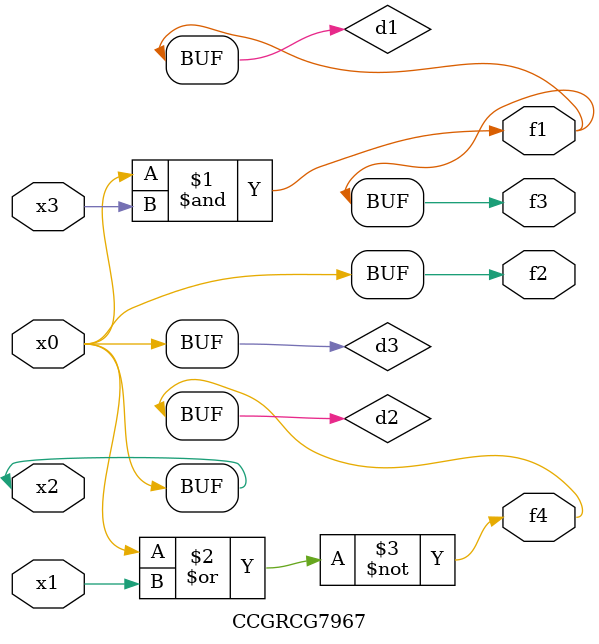
<source format=v>
module CCGRCG7967(
	input x0, x1, x2, x3,
	output f1, f2, f3, f4
);

	wire d1, d2, d3;

	and (d1, x2, x3);
	nor (d2, x0, x1);
	buf (d3, x0, x2);
	assign f1 = d1;
	assign f2 = d3;
	assign f3 = d1;
	assign f4 = d2;
endmodule

</source>
